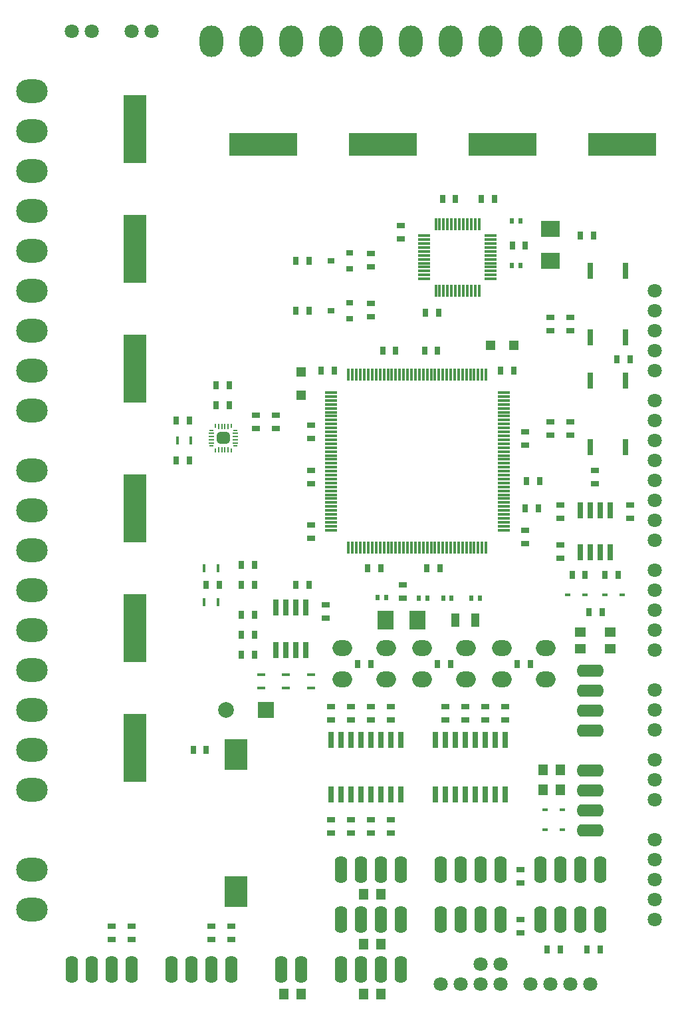
<source format=gbr>
%TF.GenerationSoftware,Altium Limited,Altium Designer,21.2.1 (34)*%
G04 Layer_Color=255*
%FSLAX25Y25*%
%MOIN*%
%TF.SameCoordinates,3D92BD4A-1653-4209-B07E-4AD3ED082CDC*%
%TF.FilePolarity,Positive*%
%TF.FileFunction,Pads,Bot*%
%TF.Part,Single*%
G01*
G75*
%TA.AperFunction,SMDPad,CuDef*%
%ADD10R,0.11811X0.34252*%
%ADD12R,0.34252X0.11811*%
%ADD14R,0.03150X0.03937*%
%ADD20R,0.03937X0.03150*%
%ADD21R,0.04500X0.05400*%
%ADD25R,0.05400X0.04500*%
%TA.AperFunction,ComponentPad*%
%ADD37O,0.06299X0.13780*%
%ADD38C,0.07087*%
%ADD39O,0.11811X0.15748*%
%ADD40O,0.09843X0.07874*%
%ADD41O,0.13780X0.06299*%
%ADD42O,0.15748X0.11811*%
%ADD43C,0.07874*%
%ADD44R,0.07874X0.07874*%
%TA.AperFunction,SMDPad,CuDef*%
%ADD47R,0.03150X0.07874*%
%ADD48R,0.01181X0.03937*%
%ADD49R,0.00787X0.02362*%
%ADD50R,0.00787X0.02756*%
%ADD51R,0.02362X0.00787*%
%ADD52R,0.02756X0.00787*%
G04:AMPARAMS|DCode=53|XSize=59.06mil|YSize=64.96mil|CornerRadius=14.76mil|HoleSize=0mil|Usage=FLASHONLY|Rotation=90.000|XOffset=0mil|YOffset=0mil|HoleType=Round|Shape=RoundedRectangle|*
%AMROUNDEDRECTD53*
21,1,0.05906,0.03543,0,0,90.0*
21,1,0.02953,0.06496,0,0,90.0*
1,1,0.02953,0.01772,0.01476*
1,1,0.02953,0.01772,-0.01476*
1,1,0.02953,-0.01772,-0.01476*
1,1,0.02953,-0.01772,0.01476*
%
%ADD53ROUNDEDRECTD53*%
%ADD54R,0.09449X0.07874*%
%ADD55R,0.07874X0.09449*%
%ADD56R,0.03937X0.06693*%
%ADD57R,0.03740X0.03150*%
%ADD58R,0.02756X0.01575*%
%ADD59R,0.02756X0.07874*%
%ADD60R,0.01181X0.05906*%
%ADD61R,0.05906X0.01181*%
%ADD62R,0.03937X0.01181*%
%ADD63R,0.11811X0.15748*%
%ADD64R,0.02000X0.02500*%
%ADD65R,0.04724X0.05118*%
%ADD66R,0.05118X0.04724*%
D10*
X81614Y130866D02*
D03*
Y190866D02*
D03*
Y250866D02*
D03*
Y320866D02*
D03*
Y380866D02*
D03*
Y440866D02*
D03*
D12*
X145866Y433386D02*
D03*
X205866D02*
D03*
X265866D02*
D03*
X325866D02*
D03*
D14*
X102500Y275000D02*
D03*
X109094D02*
D03*
X102500Y295000D02*
D03*
X109094D02*
D03*
X129094Y312500D02*
D03*
X122500D02*
D03*
X129094Y302500D02*
D03*
X122500D02*
D03*
X141594Y222500D02*
D03*
X135000D02*
D03*
X270906Y382500D02*
D03*
X277500D02*
D03*
X311595Y387500D02*
D03*
X305000D02*
D03*
X307500Y217500D02*
D03*
X300906D02*
D03*
X317500D02*
D03*
X324094D02*
D03*
X242500Y406000D02*
D03*
X235906D02*
D03*
X309500Y199000D02*
D03*
X316094D02*
D03*
X323406Y325500D02*
D03*
X330000D02*
D03*
X141594Y212500D02*
D03*
X135000D02*
D03*
X117500D02*
D03*
X124094D02*
D03*
X169094Y375000D02*
D03*
X162500D02*
D03*
X169094Y350000D02*
D03*
X162500D02*
D03*
X284094Y251000D02*
D03*
X277500D02*
D03*
X315000Y30000D02*
D03*
X308405D02*
D03*
X294990Y30001D02*
D03*
X288395D02*
D03*
X169094Y212500D02*
D03*
X162500D02*
D03*
X135000Y197500D02*
D03*
X141594D02*
D03*
Y187500D02*
D03*
X135000D02*
D03*
X141594Y177500D02*
D03*
X135000D02*
D03*
X262094Y406000D02*
D03*
X255500D02*
D03*
X234094Y349000D02*
D03*
X227500D02*
D03*
X193406Y173000D02*
D03*
X200000D02*
D03*
X198406Y221000D02*
D03*
X205000D02*
D03*
X234594D02*
D03*
X228000D02*
D03*
X284594Y264500D02*
D03*
X278000D02*
D03*
X271594Y320000D02*
D03*
X265000D02*
D03*
X226906Y330000D02*
D03*
X233500D02*
D03*
X205906D02*
D03*
X212500D02*
D03*
X175000Y320000D02*
D03*
X181594D02*
D03*
X233406Y173000D02*
D03*
X240000D02*
D03*
X273406D02*
D03*
X280000D02*
D03*
X117500Y130000D02*
D03*
X110906D02*
D03*
D20*
X142500Y297500D02*
D03*
Y290906D02*
D03*
X152500Y297500D02*
D03*
Y290906D02*
D03*
X69999Y41605D02*
D03*
Y35010D02*
D03*
X80001Y41605D02*
D03*
Y35010D02*
D03*
X300001Y340010D02*
D03*
Y346605D02*
D03*
X312499Y263395D02*
D03*
Y269990D02*
D03*
X294999Y245895D02*
D03*
Y252490D02*
D03*
X329999Y245895D02*
D03*
Y252490D02*
D03*
X119999Y41605D02*
D03*
Y35010D02*
D03*
X129999Y41605D02*
D03*
Y35010D02*
D03*
X216000Y212594D02*
D03*
Y206000D02*
D03*
X200000Y371906D02*
D03*
Y378500D02*
D03*
Y346906D02*
D03*
Y353500D02*
D03*
X300000Y294094D02*
D03*
Y287500D02*
D03*
X179999Y94990D02*
D03*
Y88395D02*
D03*
X180000Y151595D02*
D03*
Y145000D02*
D03*
X267500Y151594D02*
D03*
Y145000D02*
D03*
X189999Y94990D02*
D03*
Y88395D02*
D03*
X190000Y151595D02*
D03*
Y145000D02*
D03*
X257500Y151594D02*
D03*
Y145000D02*
D03*
X199999Y94990D02*
D03*
Y88395D02*
D03*
X200000Y151595D02*
D03*
Y145000D02*
D03*
X274999Y44990D02*
D03*
Y38395D02*
D03*
X247500Y151594D02*
D03*
Y145000D02*
D03*
X210000Y95000D02*
D03*
Y88405D02*
D03*
Y151595D02*
D03*
Y145000D02*
D03*
X274999Y69990D02*
D03*
Y63395D02*
D03*
X237500Y151594D02*
D03*
Y145000D02*
D03*
X295000Y225906D02*
D03*
Y232500D02*
D03*
X215000Y385906D02*
D03*
Y392500D02*
D03*
X290000Y346594D02*
D03*
Y340000D02*
D03*
X177500Y195906D02*
D03*
Y202500D02*
D03*
X277500Y233406D02*
D03*
Y240000D02*
D03*
Y289094D02*
D03*
Y282500D02*
D03*
X170000Y263406D02*
D03*
Y270000D02*
D03*
Y235906D02*
D03*
Y242500D02*
D03*
Y285906D02*
D03*
Y292500D02*
D03*
X290000Y287500D02*
D03*
Y294094D02*
D03*
D21*
X295000Y110000D02*
D03*
X286500D02*
D03*
X295000Y120000D02*
D03*
X286500D02*
D03*
X196500Y32500D02*
D03*
X205000D02*
D03*
X196500Y7500D02*
D03*
X205000D02*
D03*
X156500D02*
D03*
X165000D02*
D03*
X196500Y57500D02*
D03*
X205000D02*
D03*
D25*
X305000Y180500D02*
D03*
Y189000D02*
D03*
X320000Y180500D02*
D03*
Y189000D02*
D03*
D37*
X245000Y45000D02*
D03*
X255000D02*
D03*
X265000D02*
D03*
X235000D02*
D03*
X60000Y20000D02*
D03*
X70000D02*
D03*
X80000D02*
D03*
X50000D02*
D03*
X100000Y20000D02*
D03*
X130000D02*
D03*
X120000D02*
D03*
X110000D02*
D03*
X235000Y70000D02*
D03*
X265000D02*
D03*
X255000D02*
D03*
X245000D02*
D03*
X285000D02*
D03*
X315000D02*
D03*
X305000D02*
D03*
X295000D02*
D03*
Y45000D02*
D03*
X305000D02*
D03*
X315000D02*
D03*
X285000D02*
D03*
X185157D02*
D03*
X215157D02*
D03*
X205157D02*
D03*
X195157D02*
D03*
X155000Y20000D02*
D03*
X165000Y20000D02*
D03*
X195000Y20000D02*
D03*
X205000D02*
D03*
X215000D02*
D03*
X185000D02*
D03*
Y70000D02*
D03*
X215000D02*
D03*
X205000D02*
D03*
X195000D02*
D03*
D38*
X255000Y22500D02*
D03*
X265000D02*
D03*
X342500Y245000D02*
D03*
Y265000D02*
D03*
Y275000D02*
D03*
Y285000D02*
D03*
Y295000D02*
D03*
Y305000D02*
D03*
Y255000D02*
D03*
Y235000D02*
D03*
Y140000D02*
D03*
Y150000D02*
D03*
Y160000D02*
D03*
Y105000D02*
D03*
Y115000D02*
D03*
Y125000D02*
D03*
Y320000D02*
D03*
Y360000D02*
D03*
Y350000D02*
D03*
Y340000D02*
D03*
Y330000D02*
D03*
X310000Y12500D02*
D03*
X300000D02*
D03*
X290000D02*
D03*
X280000D02*
D03*
X80000Y490000D02*
D03*
X90000D02*
D03*
X50000D02*
D03*
X60000D02*
D03*
X342500Y190000D02*
D03*
Y200000D02*
D03*
Y210000D02*
D03*
Y220000D02*
D03*
Y180000D02*
D03*
X235000Y12500D02*
D03*
X245000D02*
D03*
X255000D02*
D03*
X265000D02*
D03*
X342500Y45000D02*
D03*
Y85000D02*
D03*
Y75000D02*
D03*
Y65000D02*
D03*
Y55000D02*
D03*
D39*
X120000Y485000D02*
D03*
X140000D02*
D03*
X160000D02*
D03*
X300000D02*
D03*
X320000D02*
D03*
X340000D02*
D03*
X240000D02*
D03*
X260000D02*
D03*
X280000D02*
D03*
X180000D02*
D03*
X200000D02*
D03*
X220000D02*
D03*
D40*
X185787Y181000D02*
D03*
Y165252D02*
D03*
X207835D02*
D03*
Y181000D02*
D03*
X247835D02*
D03*
Y165252D02*
D03*
X225787D02*
D03*
Y181000D02*
D03*
X265787D02*
D03*
Y165252D02*
D03*
X287835D02*
D03*
Y181000D02*
D03*
D41*
X310000Y139527D02*
D03*
Y169527D02*
D03*
Y159527D02*
D03*
Y149527D02*
D03*
Y99527D02*
D03*
Y109527D02*
D03*
Y119527D02*
D03*
Y89527D02*
D03*
D42*
X30000Y70000D02*
D03*
Y50000D02*
D03*
Y460000D02*
D03*
Y440000D02*
D03*
Y420000D02*
D03*
Y400000D02*
D03*
Y380000D02*
D03*
Y360000D02*
D03*
Y340000D02*
D03*
Y320000D02*
D03*
Y300000D02*
D03*
Y230000D02*
D03*
Y250000D02*
D03*
Y270000D02*
D03*
Y210000D02*
D03*
Y190000D02*
D03*
Y170000D02*
D03*
Y150000D02*
D03*
Y130000D02*
D03*
Y110000D02*
D03*
D43*
X127500Y150000D02*
D03*
D44*
X147500D02*
D03*
D47*
X327717Y315000D02*
D03*
X310000D02*
D03*
Y281535D02*
D03*
X327717D02*
D03*
Y370000D02*
D03*
X310000D02*
D03*
Y336535D02*
D03*
X327717D02*
D03*
D48*
X123193Y221000D02*
D03*
X116500D02*
D03*
X123193Y204000D02*
D03*
X116500D02*
D03*
X102894Y285000D02*
D03*
X109587D02*
D03*
D49*
X130000Y280000D02*
D03*
X122126D02*
D03*
Y292205D02*
D03*
X130000D02*
D03*
D50*
X128425Y280197D02*
D03*
X126850D02*
D03*
X125276D02*
D03*
X123701D02*
D03*
Y292008D02*
D03*
X125276D02*
D03*
X126850D02*
D03*
X128425D02*
D03*
D51*
X119961Y282165D02*
D03*
Y290039D02*
D03*
X132165D02*
D03*
Y282165D02*
D03*
D52*
X120157Y283740D02*
D03*
Y285315D02*
D03*
Y286890D02*
D03*
Y288465D02*
D03*
X131969D02*
D03*
Y286890D02*
D03*
Y285315D02*
D03*
Y283740D02*
D03*
D53*
X126063Y286102D02*
D03*
D54*
X290000Y375000D02*
D03*
Y391000D02*
D03*
D55*
X207500Y195000D02*
D03*
X223500D02*
D03*
D56*
X242500D02*
D03*
X252343D02*
D03*
D57*
X189449Y378937D02*
D03*
Y371063D02*
D03*
X180000Y375000D02*
D03*
X189449Y353937D02*
D03*
Y346063D02*
D03*
X180000Y350000D02*
D03*
D58*
X298839Y207500D02*
D03*
X307500D02*
D03*
X326161D02*
D03*
X317500D02*
D03*
X296161Y100000D02*
D03*
X287500D02*
D03*
Y90000D02*
D03*
X296161D02*
D03*
D59*
X320000Y228770D02*
D03*
X315000D02*
D03*
X310000D02*
D03*
X305000D02*
D03*
X320000Y250030D02*
D03*
X315000D02*
D03*
X310000D02*
D03*
X305000D02*
D03*
X152500Y201230D02*
D03*
X157500D02*
D03*
X162500D02*
D03*
X167500D02*
D03*
X152500Y179970D02*
D03*
X157500D02*
D03*
X162500D02*
D03*
X167500D02*
D03*
X180000Y135059D02*
D03*
X185000D02*
D03*
X190000D02*
D03*
X195000D02*
D03*
X200000D02*
D03*
X205000D02*
D03*
X210000D02*
D03*
X215000D02*
D03*
X180000Y107500D02*
D03*
X185000D02*
D03*
X190000D02*
D03*
X195000D02*
D03*
X200000D02*
D03*
X205000D02*
D03*
X210000D02*
D03*
X215000D02*
D03*
X232500Y135000D02*
D03*
X237500D02*
D03*
X242500D02*
D03*
X247500D02*
D03*
X252500D02*
D03*
X257500D02*
D03*
X262500D02*
D03*
X267500D02*
D03*
X232500Y107441D02*
D03*
X237500D02*
D03*
X242500D02*
D03*
X247500D02*
D03*
X252500D02*
D03*
X257500D02*
D03*
X262500D02*
D03*
X267500D02*
D03*
D60*
X257756Y231142D02*
D03*
X255787D02*
D03*
X253819D02*
D03*
X251850D02*
D03*
X249882D02*
D03*
X247913D02*
D03*
X245945D02*
D03*
X243976D02*
D03*
X242008D02*
D03*
X240039D02*
D03*
X238071D02*
D03*
X236102D02*
D03*
X234134D02*
D03*
X232165D02*
D03*
X230197D02*
D03*
X228228D02*
D03*
X226260D02*
D03*
X224291D02*
D03*
X222323D02*
D03*
X220354D02*
D03*
X218386D02*
D03*
X216417D02*
D03*
X214449D02*
D03*
X212480D02*
D03*
X210512D02*
D03*
X208543D02*
D03*
X206575D02*
D03*
X204606D02*
D03*
X202638D02*
D03*
X200669D02*
D03*
X198701D02*
D03*
X196732D02*
D03*
X194764D02*
D03*
X192795D02*
D03*
X190827D02*
D03*
X188858D02*
D03*
Y317756D02*
D03*
X190827D02*
D03*
X192795D02*
D03*
X194764D02*
D03*
X196732D02*
D03*
X198701D02*
D03*
X200669D02*
D03*
X202638D02*
D03*
X204606D02*
D03*
X206575D02*
D03*
X208543D02*
D03*
X210512D02*
D03*
X212480D02*
D03*
X214449D02*
D03*
X216417D02*
D03*
X218386D02*
D03*
X220354D02*
D03*
X222323D02*
D03*
X224291D02*
D03*
X226260D02*
D03*
X228228D02*
D03*
X230197D02*
D03*
X232165D02*
D03*
X234134D02*
D03*
X236102D02*
D03*
X238071D02*
D03*
X240039D02*
D03*
X242008D02*
D03*
X243976D02*
D03*
X245945D02*
D03*
X247913D02*
D03*
X249882D02*
D03*
X251850D02*
D03*
X253819D02*
D03*
X255787D02*
D03*
X257756D02*
D03*
X254193Y393307D02*
D03*
X252224D02*
D03*
X250256D02*
D03*
X248287D02*
D03*
X246319D02*
D03*
X244350D02*
D03*
X242382D02*
D03*
X240413D02*
D03*
X238445D02*
D03*
X236476D02*
D03*
X234508D02*
D03*
X232539D02*
D03*
Y360039D02*
D03*
X234508D02*
D03*
X236476D02*
D03*
X238445D02*
D03*
X240413D02*
D03*
X242382D02*
D03*
X244350D02*
D03*
X246319D02*
D03*
X248287D02*
D03*
X250256D02*
D03*
X252224D02*
D03*
X254193D02*
D03*
D61*
X180000Y240000D02*
D03*
Y241969D02*
D03*
Y243937D02*
D03*
Y245906D02*
D03*
Y247874D02*
D03*
Y249843D02*
D03*
Y251811D02*
D03*
Y253780D02*
D03*
Y255748D02*
D03*
Y257717D02*
D03*
Y259685D02*
D03*
Y261654D02*
D03*
Y263622D02*
D03*
Y265591D02*
D03*
Y267559D02*
D03*
Y269528D02*
D03*
Y271496D02*
D03*
Y273465D02*
D03*
Y275433D02*
D03*
Y277402D02*
D03*
Y279370D02*
D03*
Y281339D02*
D03*
Y283307D02*
D03*
Y285276D02*
D03*
Y287244D02*
D03*
Y289213D02*
D03*
Y291181D02*
D03*
Y293150D02*
D03*
Y295118D02*
D03*
Y297087D02*
D03*
Y299055D02*
D03*
Y301024D02*
D03*
Y302992D02*
D03*
Y304961D02*
D03*
Y306929D02*
D03*
Y308898D02*
D03*
X266614D02*
D03*
Y306929D02*
D03*
Y304961D02*
D03*
Y302992D02*
D03*
Y301024D02*
D03*
Y299055D02*
D03*
Y297087D02*
D03*
Y295118D02*
D03*
Y293150D02*
D03*
Y291181D02*
D03*
Y289213D02*
D03*
Y287244D02*
D03*
Y285276D02*
D03*
Y283307D02*
D03*
Y281339D02*
D03*
Y279370D02*
D03*
Y277402D02*
D03*
Y275433D02*
D03*
Y273465D02*
D03*
Y271496D02*
D03*
Y269528D02*
D03*
Y267559D02*
D03*
Y265591D02*
D03*
Y263622D02*
D03*
Y261654D02*
D03*
Y259685D02*
D03*
Y257717D02*
D03*
Y255748D02*
D03*
Y253780D02*
D03*
Y251811D02*
D03*
Y249843D02*
D03*
Y247874D02*
D03*
Y245906D02*
D03*
Y243937D02*
D03*
Y241969D02*
D03*
Y240000D02*
D03*
X226732Y387500D02*
D03*
Y385532D02*
D03*
Y383563D02*
D03*
Y381594D02*
D03*
Y379626D02*
D03*
Y377657D02*
D03*
Y375689D02*
D03*
Y373720D02*
D03*
Y371752D02*
D03*
Y369783D02*
D03*
Y367815D02*
D03*
Y365846D02*
D03*
X260000D02*
D03*
Y367815D02*
D03*
Y369783D02*
D03*
Y371752D02*
D03*
Y373720D02*
D03*
Y375689D02*
D03*
Y377657D02*
D03*
Y379626D02*
D03*
Y381594D02*
D03*
Y383563D02*
D03*
Y385532D02*
D03*
Y387500D02*
D03*
D62*
X145000Y167500D02*
D03*
Y160807D02*
D03*
X157500D02*
D03*
Y167500D02*
D03*
X170000D02*
D03*
Y160807D02*
D03*
D63*
X132500Y127500D02*
D03*
Y58996D02*
D03*
D64*
X270700Y372500D02*
D03*
X275000D02*
D03*
X270700Y395000D02*
D03*
X275000D02*
D03*
X203456Y206142D02*
D03*
X207756D02*
D03*
X224000Y206000D02*
D03*
X228300D02*
D03*
X236200D02*
D03*
X240500D02*
D03*
X254800D02*
D03*
X250500D02*
D03*
D65*
X260000Y332500D02*
D03*
X271811D02*
D03*
D66*
X165000Y307500D02*
D03*
Y319311D02*
D03*
%TF.MD5,31a3b8284f6dd940d6746719e13d4395*%
M02*

</source>
